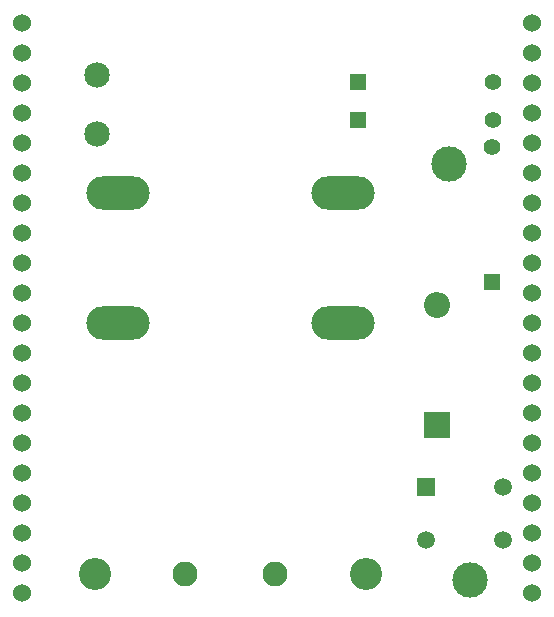
<source format=gbr>
%TF.GenerationSoftware,KiCad,Pcbnew,8.0.8*%
%TF.CreationDate,2025-03-02T20:21:30-05:00*%
%TF.ProjectId,IMD Latching Module V3.0,494d4420-4c61-4746-9368-696e67204d6f,rev?*%
%TF.SameCoordinates,Original*%
%TF.FileFunction,Soldermask,Bot*%
%TF.FilePolarity,Negative*%
%FSLAX46Y46*%
G04 Gerber Fmt 4.6, Leading zero omitted, Abs format (unit mm)*
G04 Created by KiCad (PCBNEW 8.0.8) date 2025-03-02 20:21:30*
%MOMM*%
%LPD*%
G01*
G04 APERTURE LIST*
%ADD10C,3.000000*%
%ADD11C,1.524000*%
%ADD12R,1.498600X1.498600*%
%ADD13C,1.498600*%
%ADD14O,5.350000X2.850000*%
%ADD15C,2.717800*%
%ADD16C,2.108200*%
%ADD17R,1.397000X1.397000*%
%ADD18C,1.397000*%
%ADD19C,2.154000*%
%ADD20R,2.200000X2.200000*%
%ADD21O,2.200000X2.200000*%
G04 APERTURE END LIST*
D10*
%TO.C,TP2*%
X86900000Y-62700000D03*
%TD*%
D11*
%TO.C,J3*%
X50800000Y-99060000D03*
X50800000Y-96520000D03*
X50800000Y-93980000D03*
X50800000Y-91440000D03*
X50800000Y-88900000D03*
X50800000Y-86360000D03*
X50800000Y-83820000D03*
X50800000Y-81280000D03*
X50800000Y-78740000D03*
X50800000Y-76200000D03*
X50800000Y-73660000D03*
X50800000Y-71120000D03*
X50800000Y-68580000D03*
X50800000Y-66040000D03*
X50800000Y-63500000D03*
X50800000Y-60960000D03*
X50800000Y-58420000D03*
X50800000Y-55880000D03*
X50800000Y-53340000D03*
X50800000Y-50800000D03*
%TD*%
D12*
%TO.C,SW1*%
X85019999Y-90070000D03*
D13*
X91520000Y-90070000D03*
X85019999Y-94570001D03*
X91520000Y-94570001D03*
%TD*%
D14*
%TO.C,K1*%
X58920000Y-65159999D03*
X58920000Y-76160000D03*
D15*
X56970000Y-97460000D03*
D16*
X64620000Y-97460000D03*
X72220000Y-97460000D03*
D15*
X79870000Y-97460000D03*
D14*
X77919998Y-76160000D03*
X77919998Y-65159999D03*
%TD*%
D17*
%TO.C,R2*%
X79200000Y-59000000D03*
D18*
X90630000Y-59000000D03*
%TD*%
D19*
%TO.C,J4*%
X57130000Y-55150000D03*
X57130000Y-60150000D03*
%TD*%
D10*
%TO.C,TP1*%
X88720000Y-97970000D03*
%TD*%
D17*
%TO.C,R1*%
X79200000Y-55800000D03*
D18*
X90630000Y-55800000D03*
%TD*%
D11*
%TO.C,J2*%
X94000000Y-99060000D03*
X94000000Y-96520000D03*
X94000000Y-93980000D03*
X94000000Y-91440000D03*
X94000000Y-88900000D03*
X94000000Y-86360000D03*
X94000000Y-83820000D03*
X94000000Y-81280000D03*
X94000000Y-78740000D03*
X94000000Y-76200000D03*
X94000000Y-73660000D03*
X94000000Y-71120000D03*
X94000000Y-68580000D03*
X94000000Y-66040000D03*
X94000000Y-63500000D03*
X94000000Y-60960000D03*
X94000000Y-58420000D03*
X94000000Y-55880000D03*
X94000000Y-53340000D03*
X94000000Y-50800000D03*
%TD*%
D20*
%TO.C,D3*%
X85920000Y-84790000D03*
D21*
X85920000Y-74630000D03*
%TD*%
D17*
%TO.C,R3*%
X90600000Y-72730000D03*
D18*
X90600000Y-61300000D03*
%TD*%
M02*

</source>
